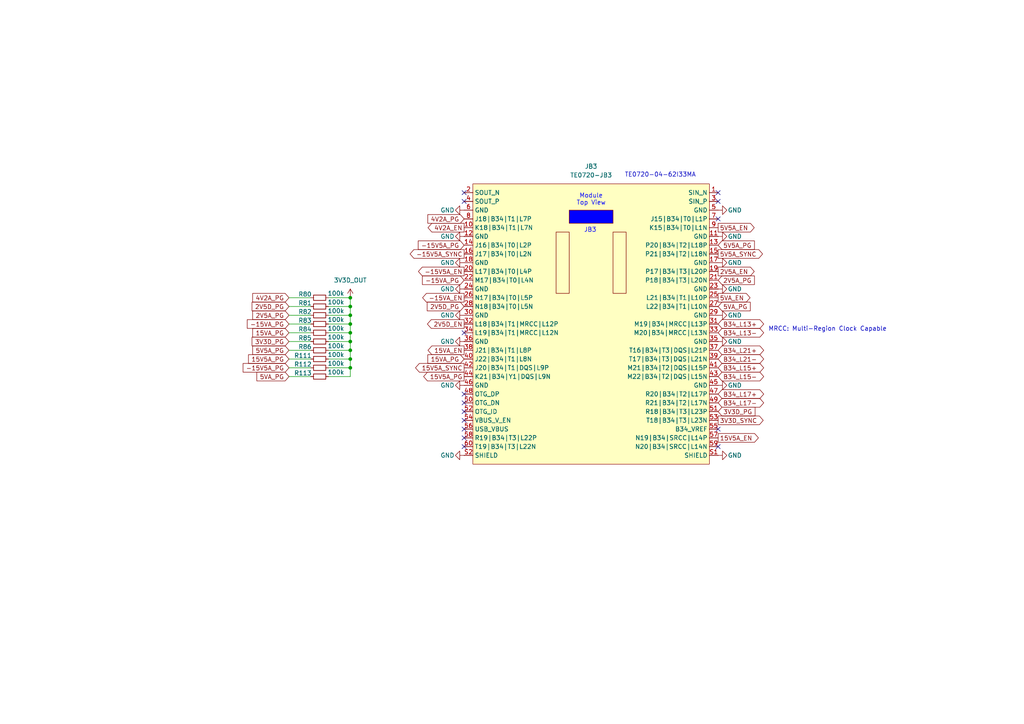
<source format=kicad_sch>
(kicad_sch (version 20250114) (generator "eeschema") (generator_version "9.0")
  (paper "A4")
  (title_block (title "4 channel ADC Module") (date "2025-04-18") (rev "0.1") (company "NOIRLab") (comment 1 "Design: Braulio Cancino Vera - braulio.cancino@noirlab.edu"))
  (lib_symbols
    (symbol "Device:R_Small" (pin_numbers (hide yes)) (pin_names (offset 0.254) (hide yes))
      (property "Reference" "R" (at 0.762 0.508 0))
      (property "Value" "R_Small" (at 0.762 -1.016 0))
      (symbol "R_Small_0_1"
        (rectangle (start -0.762 1.778) (end 0.762 -1.778) (stroke (width 0.2032)))
      )
      (symbol "R_Small_1_1"
        (pin passive line (at 0 2.54 270) (length 0.762) (name "~") (number "1"))
        (pin passive line (at 0 -2.54 90) (length 0.762) (name "~") (number "2"))
      )
    )
    (symbol "lib:TE0720-JB3"
      (property "Reference" "JB3" (at 0 66.04 0))
      (property "Value" "TE0720-JB3" (at 0 63.5 0))
      (symbol "TE0720-JB3_0_1"
        (rectangle (start 6.35 29.21) (end 10.16 46.99))
      )
      (symbol "TE0720-JB3_1_1"
        (rectangle (start -34.29 60.96) (end 34.29 -20.32) (fill (type background)))
        (rectangle (start -10.16 46.99) (end -6.35 29.21))
        (rectangle (start -6.35 53.34) (end 6.35 49.53) (fill (type color) (color 0 0 255 1)))
        (text "JB3" (at -0.254 47.752 0) (effects (font (size 1.27 1.27))))
        (text "Module\nTop View" (at 0 56.642 0) (effects (font (size 1.27 1.27))))
        (pin passive line (at -36.83 58.42 0) (length 2.54) (name "SOUT_N") (number "2"))
        (pin passive line (at -36.83 55.88 0) (length 2.54) (name "SOUT_P") (number "4"))
        (pin passive line (at -36.83 53.34 0) (length 2.54) (name "GND") (number "6"))
        (pin bidirectional line (at -36.83 50.8 0) (length 2.54) (name "J18|B34|T1|L7P") (number "8"))
        (pin power_in line (at -36.83 48.26 0) (length 2.54) (name "K18|B34|T1|L7N") (number "10"))
        (pin passive line (at -36.83 45.72 0) (length 2.54) (name "GND") (number "12"))
        (pin bidirectional line (at -36.83 43.18 0) (length 2.54) (name "J16|B34|T0|L2P") (number "14"))
        (pin power_in line (at -36.83 40.64 0) (length 2.54) (name "J17|B34|T0|L2N") (number "16"))
        (pin passive line (at -36.83 38.1 0) (length 2.54) (name "GND") (number "18"))
        (pin bidirectional line (at -36.83 35.56 0) (length 2.54) (name "L17|B34|T0|L4P") (number "20"))
        (pin bidirectional line (at -36.83 33.02 0) (length 2.54) (name "M17|B34|T0|L4N") (number "22"))
        (pin passive line (at -36.83 30.48 0) (length 2.54) (name "GND") (number "24"))
        (pin bidirectional line (at -36.83 27.94 0) (length 2.54) (name "N17|B34|T0|L5P") (number "26"))
        (pin bidirectional line (at -36.83 25.4 0) (length 2.54) (name "N18|B34|T0|L5N") (number "28"))
        (pin passive line (at -36.83 22.86 0) (length 2.54) (name "GND") (number "30"))
        (pin bidirectional line (at -36.83 20.32 0) (length 2.54) (name "L18|B34|T1|MRCC|L12P") (number "32"))
        (pin bidirectional line (at -36.83 17.78 0) (length 2.54) (name "L19|B34|T1|MRCC|L12N") (number "34"))
        (pin passive line (at -36.83 15.24 0) (length 2.54) (name "GND") (number "36"))
        (pin bidirectional line (at -36.83 12.7 0) (length 2.54) (name "J21|B34|T1|L8P") (number "38"))
        (pin bidirectional line (at -36.83 10.16 0) (length 2.54) (name "J22|B34|T1|L8N") (number "40"))
        (pin bidirectional line (at -36.83 7.62 0) (length 2.54) (name "J20|B34|T1|DQS|L9P") (number "42"))
        (pin bidirectional line (at -36.83 5.08 0) (length 2.54) (name "K21|B34|Y1|DQS|L9N") (number "44"))
        (pin passive line (at -36.83 2.54 0) (length 2.54) (name "GND") (number "46"))
        (pin passive line (at -36.83 0 0) (length 2.54) (name "OTG_DP") (number "48"))
        (pin passive line (at -36.83 -2.54 0) (length 2.54) (name "OTG_DN") (number "50"))
        (pin passive line (at -36.83 -5.08 0) (length 2.54) (name "OTG_ID") (number "52"))
        (pin passive line (at -36.83 -7.62 0) (length 2.54) (name "VBUS_V_EN") (number "54"))
        (pin passive line (at -36.83 -10.16 0) (length 2.54) (name "USB_VBUS") (number "56"))
        (pin bidirectional line (at -36.83 -12.7 0) (length 2.54) (name "R19|B34|T3|L22P") (number "58"))
        (pin bidirectional line (at -36.83 -15.24 0) (length 2.54) (name "T19|B34|T3|L22N") (number "60"))
        (pin passive line (at -36.83 -17.78 0) (length 2.54) (name "SHIELD") (number "S2"))
        (pin passive line (at 36.83 58.42 180) (length 2.54) (name "SIN_N") (number "1"))
        (pin bidirectional line (at 36.83 55.88 180) (length 2.54) (name "SIN_P") (number "3"))
        (pin passive line (at 36.83 53.34 180) (length 2.54) (name "GND") (number "5"))
        (pin bidirectional line (at 36.83 50.8 180) (length 2.54) (name "J15|B34|T0|L1P") (number "7"))
        (pin bidirectional line (at 36.83 48.26 180) (length 2.54) (name "K15|B34|T0|L1N") (number "9"))
        (pin passive line (at 36.83 45.72 180) (length 2.54) (name "GND") (number "11"))
        (pin bidirectional line (at 36.83 43.18 180) (length 2.54) (name "P20|B34|T2|L18P") (number "13"))
        (pin bidirectional line (at 36.83 40.64 180) (length 2.54) (name "P21|B34|T2|L18N") (number "15"))
        (pin passive line (at 36.83 38.1 180) (length 2.54) (name "GND") (number "17"))
        (pin bidirectional line (at 36.83 35.56 180) (length 2.54) (name "P17|B34|T3|L20P") (number "19"))
        (pin bidirectional line (at 36.83 33.02 180) (length 2.54) (name "P18|B34|T3|L20N") (number "21"))
        (pin passive line (at 36.83 30.48 180) (length 2.54) (name "GND") (number "23"))
        (pin bidirectional line (at 36.83 27.94 180) (length 2.54) (name "L21|B34|T1|L10P") (number "25"))
        (pin bidirectional line (at 36.83 25.4 180) (length 2.54) (name "L22|B34|T1|L10N") (number "27"))
        (pin passive line (at 36.83 22.86 180) (length 2.54) (name "GND") (number "29"))
        (pin bidirectional line (at 36.83 20.32 180) (length 2.54) (name "M19|B34|MRCC|L13P") (number "31"))
        (pin bidirectional line (at 36.83 17.78 180) (length 2.54) (name "M20|B34|MRCC|L13N") (number "33"))
        (pin passive line (at 36.83 15.24 180) (length 2.54) (name "GND") (number "35"))
        (pin bidirectional line (at 36.83 12.7 180) (length 2.54) (name "T16|B34|T3|DQS|L21P") (number "37"))
        (pin bidirectional line (at 36.83 10.16 180) (length 2.54) (name "T17|B34|T3|DQS|L21N") (number "39"))
        (pin bidirectional line (at 36.83 7.62 180) (length 2.54) (name "M21|B34|T2|DQS|L15P") (number "41"))
        (pin bidirectional line (at 36.83 5.08 180) (length 2.54) (name "M22|B34|T2|DQS|L15N") (number "43"))
        (pin passive line (at 36.83 2.54 180) (length 2.54) (name "GND") (number "45"))
        (pin bidirectional line (at 36.83 0 180) (length 2.54) (name "R20|B34|T2|L17P") (number "47"))
        (pin bidirectional line (at 36.83 -2.54 180) (length 2.54) (name "R21|B34|T2|L17N") (number "49"))
        (pin bidirectional line (at 36.83 -5.08 180) (length 2.54) (name "R18|B34|T3|L23P") (number "51"))
        (pin bidirectional line (at 36.83 -7.62 180) (length 2.54) (name "T18|B34|T3|L23N") (number "53"))
        (pin input line (at 36.83 -10.16 180) (length 2.54) (name "B34_VREF") (number "55"))
        (pin bidirectional line (at 36.83 -12.7 180) (length 2.54) (name "N19|B34|SRCC|L14P") (number "57"))
        (pin bidirectional line (at 36.83 -15.24 180) (length 2.54) (name "N20|B34|SRCC|L14N") (number "59"))
        (pin passive line (at 36.83 -17.78 180) (length 2.54) (name "SHIELD") (number "S1"))
      )
    )
    (symbol "power:+3V3" (power) (pin_numbers (hide yes)) (pin_names (offset 0) (hide yes))
      (property "Value" "+3V3" (at 0 3.556 0))
      (symbol "+3V3_0_1"
        (polyline (pts (xy -0.762 1.27) (xy 0 2.54)))
        (polyline (pts (xy 0 2.54) (xy 0.762 1.27)))
        (polyline (pts (xy 0 0) (xy 0 2.54)))
      )
      (symbol "+3V3_1_1"
        (pin power_in line (at 0 0 90) (length 0) (name "~") (number "1"))
      )
    )
    (symbol "power:GND" (power) (pin_numbers (hide yes)) (pin_names (offset 0) (hide yes))
      (property "Value" "GND" (at 0 -3.81 0))
      (symbol "GND_0_1"
        (polyline (pts (xy 0 0) (xy 0 -1.27) (xy 1.27 -1.27) (xy 0 -2.54) (xy -1.27 -1.27) (xy 0 -1.27)))
      )
      (symbol "GND_1_1"
        (pin power_in line (at 0 0 270) (length 0) (name "~") (number "1"))
      )
    )
  )
  (text "MRCC: Multi-Region Clock Capable" (at 240.03 95.504 0) (effects (font (size 1.27 1.27))))
  (text "TE0720-04-62I33MA" (at 191.516 50.8 0) (effects (font (size 1.27 1.27))))
  (junction (at 101.6 86.36))
  (junction (at 101.6 99.06))
  (junction (at 101.6 101.6))
  (junction (at 101.6 96.52))
  (junction (at 101.6 88.9))
  (junction (at 101.6 93.98))
  (junction (at 101.6 104.14))
  (junction (at 101.6 91.44))
  (junction (at 101.6 106.68))
  (no_connect (at 134.62 58.42))
  (no_connect (at 134.62 114.3))
  (no_connect (at 208.28 63.5))
  (no_connect (at 208.28 124.46))
  (no_connect (at 134.62 96.52))
  (no_connect (at 208.28 129.54))
  (no_connect (at 134.62 119.38))
  (no_connect (at 134.62 129.54))
  (no_connect (at 134.62 121.92))
  (no_connect (at 134.62 55.88))
  (no_connect (at 208.28 58.42))
  (no_connect (at 208.28 55.88))
  (no_connect (at 134.62 127))
  (no_connect (at 134.62 116.84))
  (no_connect (at 134.62 124.46))
  (wire (pts (xy 83.82 86.36) (xy 90.17 86.36)))
  (wire (pts (xy 83.82 91.44) (xy 90.17 91.44)))
  (wire (pts (xy 83.82 109.22) (xy 90.17 109.22)))
  (wire (pts (xy 101.6 104.14) (xy 101.6 101.6)))
  (wire (pts (xy 95.25 96.52) (xy 101.6 96.52)))
  (wire (pts (xy 101.6 96.52) (xy 101.6 99.06)))
  (wire (pts (xy 83.82 99.06) (xy 90.17 99.06)))
  (wire (pts (xy 95.25 91.44) (xy 101.6 91.44)))
  (wire (pts (xy 95.25 99.06) (xy 101.6 99.06)))
  (wire (pts (xy 95.25 109.22) (xy 101.6 109.22)))
  (wire (pts (xy 83.82 101.6) (xy 90.17 101.6)))
  (wire (pts (xy 95.25 88.9) (xy 101.6 88.9)))
  (wire (pts (xy 101.6 109.22) (xy 101.6 106.68)))
  (wire (pts (xy 83.82 106.68) (xy 90.17 106.68)))
  (wire (pts (xy 83.82 88.9) (xy 90.17 88.9)))
  (wire (pts (xy 95.25 104.14) (xy 101.6 104.14)))
  (wire (pts (xy 101.6 88.9) (xy 101.6 91.44)))
  (wire (pts (xy 101.6 93.98) (xy 101.6 96.52)))
  (wire (pts (xy 101.6 106.68) (xy 101.6 104.14)))
  (wire (pts (xy 101.6 91.44) (xy 101.6 93.98)))
  (wire (pts (xy 101.6 99.06) (xy 101.6 101.6)))
  (wire (pts (xy 95.25 86.36) (xy 101.6 86.36)))
  (wire (pts (xy 95.25 106.68) (xy 101.6 106.68)))
  (wire (pts (xy 83.82 96.52) (xy 90.17 96.52)))
  (wire (pts (xy 83.82 93.98) (xy 90.17 93.98)))
  (wire (pts (xy 101.6 86.36) (xy 101.6 88.9)))
  (wire (pts (xy 95.25 101.6) (xy 101.6 101.6)))
  (wire (pts (xy 95.25 93.98) (xy 101.6 93.98)))
  (wire (pts (xy 83.82 104.14) (xy 90.17 104.14)))
  (global_label "-15VA_PG" (shape input) (at 83.82 93.98 180) (property "Intersheetrefs" "${INTERSHEET_REFS}" (effects (hide yes))))
  (global_label "5VA_EN" (shape output) (at 208.28 86.36 0) (property "Intersheetrefs" "${INTERSHEET_REFS}" (effects (hide yes))))
  (global_label "2V5A_EN" (shape output) (at 208.28 78.74 0) (property "Intersheetrefs" "${INTERSHEET_REFS}" (effects (hide yes))))
  (global_label "5V5A_SYNC" (shape output) (at 208.28 73.66 0) (property "Intersheetrefs" "${INTERSHEET_REFS}" (effects (hide yes))))
  (global_label "2V5D_PG" (shape input) (at 83.82 88.9 180) (property "Intersheetrefs" "${INTERSHEET_REFS}" (effects (hide yes))))
  (global_label "-15V5A_EN" (shape output) (at 134.62 78.74 180) (property "Intersheetrefs" "${INTERSHEET_REFS}" (effects (hide yes))))
  (global_label "15V5A_SYNC" (shape output) (at 134.62 106.68 180) (property "Intersheetrefs" "${INTERSHEET_REFS}" (effects (hide yes))))
  (global_label "3V3D_SYNC" (shape output) (at 208.28 121.92 0) (property "Intersheetrefs" "${INTERSHEET_REFS}" (effects (hide yes))))
  (global_label "5VA_PG" (shape input) (at 83.82 109.22 180) (property "Intersheetrefs" "${INTERSHEET_REFS}" (effects (hide yes))))
  (global_label "B34_L17+" (shape bidirectional) (at 208.28 114.3 0) (property "Intersheetrefs" "${INTERSHEET_REFS}" (effects (hide yes))))
  (global_label "5VA_PG" (shape input) (at 208.28 88.9 0) (property "Intersheetrefs" "${INTERSHEET_REFS}" (effects (hide yes))))
  (global_label "2V5A_PG" (shape input) (at 208.28 81.28 0) (property "Intersheetrefs" "${INTERSHEET_REFS}" (effects (hide yes))))
  (global_label "B34_L15-" (shape bidirectional) (at 208.28 109.22 0) (property "Intersheetrefs" "${INTERSHEET_REFS}" (effects (hide yes))))
  (global_label "-15VA_EN" (shape output) (at 134.62 86.36 180) (property "Intersheetrefs" "${INTERSHEET_REFS}" (effects (hide yes))))
  (global_label "B34_L21+" (shape bidirectional) (at 208.28 101.6 0) (property "Intersheetrefs" "${INTERSHEET_REFS}" (effects (hide yes))))
  (global_label "4V2A_EN" (shape output) (at 134.62 66.04 180) (property "Intersheetrefs" "${INTERSHEET_REFS}" (effects (hide yes))))
  (global_label "B34_L13-" (shape bidirectional) (at 208.28 96.52 0) (property "Intersheetrefs" "${INTERSHEET_REFS}" (effects (hide yes))))
  (global_label "5V5A_EN" (shape output) (at 208.28 66.04 0) (property "Intersheetrefs" "${INTERSHEET_REFS}" (effects (hide yes))))
  (global_label "4V2A_PG" (shape input) (at 134.62 63.5 180) (property "Intersheetrefs" "${INTERSHEET_REFS}" (effects (hide yes))))
  (global_label "-15VA_PG" (shape input) (at 134.62 81.28 180) (property "Intersheetrefs" "${INTERSHEET_REFS}" (effects (hide yes))))
  (global_label "5V5A_PG" (shape input) (at 208.28 71.12 0) (property "Intersheetrefs" "${INTERSHEET_REFS}" (effects (hide yes))))
  (global_label "15VA_PG" (shape input) (at 134.62 104.14 180) (property "Intersheetrefs" "${INTERSHEET_REFS}" (effects (hide yes))))
  (global_label "15V5A_PG" (shape input) (at 83.82 104.14 180) (property "Intersheetrefs" "${INTERSHEET_REFS}" (effects (hide yes))))
  (global_label "B34_L13+" (shape bidirectional) (at 208.28 93.98 0) (property "Intersheetrefs" "${INTERSHEET_REFS}" (effects (hide yes))))
  (global_label "4V2A_PG" (shape input) (at 83.82 86.36 180) (property "Intersheetrefs" "${INTERSHEET_REFS}" (effects (hide yes))))
  (global_label "2V5A_PG" (shape input) (at 83.82 91.44 180) (property "Intersheetrefs" "${INTERSHEET_REFS}" (effects (hide yes))))
  (global_label "5V5A_PG" (shape input) (at 83.82 101.6 180) (property "Intersheetrefs" "${INTERSHEET_REFS}" (effects (hide yes))))
  (global_label "3V3D_PG" (shape input) (at 208.28 119.38 0) (property "Intersheetrefs" "${INTERSHEET_REFS}" (effects (hide yes))))
  (global_label "-15V5A_SYNC" (shape output) (at 134.62 73.66 180) (property "Intersheetrefs" "${INTERSHEET_REFS}" (effects (hide yes))))
  (global_label "-15V5A_PG" (shape input) (at 83.82 106.68 180) (property "Intersheetrefs" "${INTERSHEET_REFS}" (effects (hide yes))))
  (global_label "B34_L17-" (shape bidirectional) (at 208.28 116.84 0) (property "Intersheetrefs" "${INTERSHEET_REFS}" (effects (hide yes))))
  (global_label "2V5D_EN" (shape output) (at 134.62 93.98 180) (property "Intersheetrefs" "${INTERSHEET_REFS}" (effects (hide yes))))
  (global_label "B34_L21-" (shape bidirectional) (at 208.28 104.14 0) (property "Intersheetrefs" "${INTERSHEET_REFS}" (effects (hide yes))))
  (global_label "15V5A_EN" (shape output) (at 208.28 127 0) (property "Intersheetrefs" "${INTERSHEET_REFS}" (effects (hide yes))))
  (global_label "15V5A_PG" (shape output) (at 134.62 109.22 180) (property "Intersheetrefs" "${INTERSHEET_REFS}" (effects (hide yes))))
  (global_label "3V3D_PG" (shape input) (at 83.82 99.06 180) (property "Intersheetrefs" "${INTERSHEET_REFS}" (effects (hide yes))))
  (global_label "-15V5A_PG" (shape input) (at 134.62 71.12 180) (property "Intersheetrefs" "${INTERSHEET_REFS}" (effects (hide yes))))
  (global_label "B34_L15+" (shape bidirectional) (at 208.28 106.68 0) (property "Intersheetrefs" "${INTERSHEET_REFS}" (effects (hide yes))))
  (global_label "2V5D_PG" (shape input) (at 134.62 88.9 180) (property "Intersheetrefs" "${INTERSHEET_REFS}" (effects (hide yes))))
  (global_label "15VA_PG" (shape input) (at 83.82 96.52 180) (property "Intersheetrefs" "${INTERSHEET_REFS}" (effects (hide yes))))
  (global_label "15VA_EN" (shape output) (at 134.62 101.6 180) (property "Intersheetrefs" "${INTERSHEET_REFS}" (effects (hide yes))))
  (symbol (lib_id "power:GND") (at 134.62 99.06 270) (unit 1)
    (property "Reference" "#PWR0173" (effects (hide yes)))
    (property "Value" "GND" (at 131.826 99.06 90) (effects (justify right)))
    (property "Description" "Power symbol creates a global label with name \"GND\" , ground" (effects (hide yes)))
  )
  (symbol (lib_id "power:GND") (at 208.28 132.08 90) (unit 1)
    (property "Reference" "#PWR0183" (effects (hide yes)))
    (property "Value" "GND" (at 211.074 132.08 90) (effects (justify right)))
    (property "Description" "Power symbol creates a global label with name \"GND\" , ground" (effects (hide yes)))
  )
  (symbol (lib_id "Device:R_Small") (at 92.71 109.22 90) (mirror x) (unit 1)
    (property "Reference" "R113" (at 90.424 108.204 90) (effects (justify left)))
    (property "Value" "100k" (at 94.996 107.95 90) (effects (justify right)))
    (property "Footprint" "Resistor_SMD:R_0402_1005Metric" (effects (hide yes)))
    (property "Description" "100 kOhms ±1% 0.063W, 1/16W Chip Resistor 0402 (1005 Metric) Automotive AEC-Q200 Thick Film" (effects (hide yes)))
    (property "M" "VISHAY" (effects (hide yes)))
    (property "MPN" "CRCW0402100KFKED" (effects (hide yes)))
  )
  (symbol (lib_id "Device:R_Small") (at 92.71 106.68 90) (mirror x) (unit 1)
    (property "Reference" "R112" (at 90.424 105.664 90) (effects (justify left)))
    (property "Value" "100k" (at 94.996 105.41 90) (effects (justify right)))
    (property "Footprint" "Resistor_SMD:R_0402_1005Metric" (effects (hide yes)))
    (property "Description" "100 kOhms ±1% 0.063W, 1/16W Chip Resistor 0402 (1005 Metric) Automotive AEC-Q200 Thick Film" (effects (hide yes)))
    (property "M" "VISHAY" (effects (hide yes)))
    (property "MPN" "CRCW0402100KFKED" (effects (hide yes)))
  )
  (symbol (lib_id "power:GND") (at 208.28 83.82 90) (unit 1)
    (property "Reference" "#PWR0179" (effects (hide yes)))
    (property "Value" "GND" (at 211.074 83.82 90) (effects (justify right)))
    (property "Description" "Power symbol creates a global label with name \"GND\" , ground" (effects (hide yes)))
  )
  (symbol (lib_id "power:GND") (at 134.62 83.82 270) (unit 1)
    (property "Reference" "#PWR0171" (effects (hide yes)))
    (property "Value" "GND" (at 131.826 83.82 90) (effects (justify right)))
    (property "Description" "Power symbol creates a global label with name \"GND\" , ground" (effects (hide yes)))
  )
  (symbol (lib_id "power:GND") (at 208.28 99.06 90) (unit 1)
    (property "Reference" "#PWR0181" (effects (hide yes)))
    (property "Value" "GND" (at 211.074 99.06 90) (effects (justify right)))
    (property "Description" "Power symbol creates a global label with name \"GND\" , ground" (effects (hide yes)))
  )
  (symbol (lib_id "Device:R_Small") (at 92.71 88.9 90) (mirror x) (unit 1)
    (property "Reference" "R81" (at 90.424 87.884 90) (effects (justify left)))
    (property "Value" "100k" (at 94.996 87.63 90) (effects (justify right)))
    (property "Footprint" "Resistor_SMD:R_0402_1005Metric" (effects (hide yes)))
    (property "Description" "100 kOhms ±1% 0.063W, 1/16W Chip Resistor 0402 (1005 Metric) Automotive AEC-Q200 Thick Film" (effects (hide yes)))
    (property "M" "VISHAY" (effects (hide yes)))
    (property "MPN" "CRCW0402100KFKED" (effects (hide yes)))
  )
  (symbol (lib_id "Device:R_Small") (at 92.71 104.14 90) (mirror x) (unit 1)
    (property "Reference" "R111" (at 90.424 103.124 90) (effects (justify left)))
    (property "Value" "100k" (at 94.996 102.87 90) (effects (justify right)))
    (property "Footprint" "Resistor_SMD:R_0402_1005Metric" (effects (hide yes)))
    (property "Description" "100 kOhms ±1% 0.063W, 1/16W Chip Resistor 0402 (1005 Metric) Automotive AEC-Q200 Thick Film" (effects (hide yes)))
    (property "M" "VISHAY" (effects (hide yes)))
    (property "MPN" "CRCW0402100KFKED" (effects (hide yes)))
  )
  (symbol (lib_id "power:GND") (at 134.62 68.58 270) (unit 1)
    (property "Reference" "#PWR0169" (effects (hide yes)))
    (property "Value" "GND" (at 131.826 68.58 90) (effects (justify right)))
    (property "Description" "Power symbol creates a global label with name \"GND\" , ground" (effects (hide yes)))
  )
  (symbol (lib_id "power:GND") (at 208.28 91.44 90) (unit 1)
    (property "Reference" "#PWR0180" (effects (hide yes)))
    (property "Value" "GND" (at 211.074 91.44 90) (effects (justify right)))
    (property "Description" "Power symbol creates a global label with name \"GND\" , ground" (effects (hide yes)))
  )
  (symbol (lib_id "power:GND") (at 208.28 76.2 90) (unit 1)
    (property "Reference" "#PWR0178" (effects (hide yes)))
    (property "Value" "GND" (at 211.074 76.2 90) (effects (justify right)))
    (property "Description" "Power symbol creates a global label with name \"GND\" , ground" (effects (hide yes)))
  )
  (symbol (lib_id "Device:R_Small") (at 92.71 91.44 90) (mirror x) (unit 1)
    (property "Reference" "R82" (at 90.424 90.424 90) (effects (justify left)))
    (property "Value" "100k" (at 94.996 90.17 90) (effects (justify right)))
    (property "Footprint" "Resistor_SMD:R_0402_1005Metric" (effects (hide yes)))
    (property "Description" "100 kOhms ±1% 0.063W, 1/16W Chip Resistor 0402 (1005 Metric) Automotive AEC-Q200 Thick Film" (effects (hide yes)))
    (property "M" "VISHAY" (effects (hide yes)))
    (property "MPN" "CRCW0402100KFKED" (effects (hide yes)))
  )
  (symbol (lib_id "Device:R_Small") (at 92.71 93.98 90) (mirror x) (unit 1)
    (property "Reference" "R83" (at 90.424 92.964 90) (effects (justify left)))
    (property "Value" "100k" (at 94.996 92.71 90) (effects (justify right)))
    (property "Footprint" "Resistor_SMD:R_0402_1005Metric" (effects (hide yes)))
    (property "Description" "100 kOhms ±1% 0.063W, 1/16W Chip Resistor 0402 (1005 Metric) Automotive AEC-Q200 Thick Film" (effects (hide yes)))
    (property "M" "VISHAY" (effects (hide yes)))
    (property "MPN" "CRCW0402100KFKED" (effects (hide yes)))
  )
  (symbol (lib_id "power:GND") (at 208.28 111.76 90) (unit 1)
    (property "Reference" "#PWR0182" (effects (hide yes)))
    (property "Value" "GND" (at 211.074 111.76 90) (effects (justify right)))
    (property "Description" "Power symbol creates a global label with name \"GND\" , ground" (effects (hide yes)))
  )
  (symbol (lib_id "power:GND") (at 134.62 111.76 270) (unit 1)
    (property "Reference" "#PWR0174" (effects (hide yes)))
    (property "Value" "GND" (at 131.826 111.76 90) (effects (justify right)))
    (property "Description" "Power symbol creates a global label with name \"GND\" , ground" (effects (hide yes)))
  )
  (symbol (lib_id "Device:R_Small") (at 92.71 101.6 90) (mirror x) (unit 1)
    (property "Reference" "R86" (at 90.424 100.584 90) (effects (justify left)))
    (property "Value" "100k" (at 94.996 100.33 90) (effects (justify right)))
    (property "Footprint" "Resistor_SMD:R_0402_1005Metric" (effects (hide yes)))
    (property "Description" "100 kOhms ±1% 0.063W, 1/16W Chip Resistor 0402 (1005 Metric) Automotive AEC-Q200 Thick Film" (effects (hide yes)))
    (property "M" "VISHAY" (effects (hide yes)))
    (property "MPN" "CRCW0402100KFKED" (effects (hide yes)))
  )
  (symbol (lib_id "lib:TE0720-JB3") (at 171.45 114.3 0) (unit 1)
    (property "Reference" "JB3" (at 171.45 48.26 0))
    (property "Value" "TE0720-JB3" (at 171.45 50.8 0))
    (property "Footprint" "lib:LSHM-130-04.0-L-DV-A-S-K-TR" (effects (hide yes)))
    (property "Description" "60 Position Connector Self Mating, Non-Gendered, Hermaphroditic Surface Mount Gold" (effects (hide yes)))
    (property "M" "SAMTEC" (effects (hide yes)))
    (property "MPN" "LSHM-130-04.0-L-DV-A-S-K-TR" (effects (hide yes)))
  )
  (symbol (lib_id "power:GND") (at 208.28 60.96 90) (unit 1)
    (property "Reference" "#PWR0176" (effects (hide yes)))
    (property "Value" "GND" (at 211.074 60.96 90) (effects (justify right)))
    (property "Description" "Power symbol creates a global label with name \"GND\" , ground" (effects (hide yes)))
  )
  (symbol (lib_id "power:GND") (at 208.28 68.58 90) (unit 1)
    (property "Reference" "#PWR0177" (effects (hide yes)))
    (property "Value" "GND" (at 211.074 68.58 90) (effects (justify right)))
    (property "Description" "Power symbol creates a global label with name \"GND\" , ground" (effects (hide yes)))
  )
  (symbol (lib_id "Device:R_Small") (at 92.71 96.52 90) (mirror x) (unit 1)
    (property "Reference" "R84" (at 90.424 95.504 90) (effects (justify left)))
    (property "Value" "100k" (at 94.996 95.25 90) (effects (justify right)))
    (property "Footprint" "Resistor_SMD:R_0402_1005Metric" (effects (hide yes)))
    (property "Description" "100 kOhms ±1% 0.063W, 1/16W Chip Resistor 0402 (1005 Metric) Automotive AEC-Q200 Thick Film" (effects (hide yes)))
    (property "M" "VISHAY" (effects (hide yes)))
    (property "MPN" "CRCW0402100KFKED" (effects (hide yes)))
  )
  (symbol (lib_id "Device:R_Small") (at 92.71 99.06 90) (mirror x) (unit 1)
    (property "Reference" "R85" (at 90.424 98.044 90) (effects (justify left)))
    (property "Value" "100k" (at 94.996 97.79 90) (effects (justify right)))
    (property "Footprint" "Resistor_SMD:R_0402_1005Metric" (effects (hide yes)))
    (property "Description" "100 kOhms ±1% 0.063W, 1/16W Chip Resistor 0402 (1005 Metric) Automotive AEC-Q200 Thick Film" (effects (hide yes)))
    (property "M" "VISHAY" (effects (hide yes)))
    (property "MPN" "CRCW0402100KFKED" (effects (hide yes)))
  )
  (symbol (lib_id "power:GND") (at 134.62 76.2 270) (unit 1)
    (property "Reference" "#PWR0170" (effects (hide yes)))
    (property "Value" "GND" (at 131.826 76.2 90) (effects (justify right)))
    (property "Description" "Power symbol creates a global label with name \"GND\" , ground" (effects (hide yes)))
  )
  (symbol (lib_id "Device:R_Small") (at 92.71 86.36 90) (mirror x) (unit 1)
    (property "Reference" "R80" (at 90.424 85.344 90) (effects (justify left)))
    (property "Value" "100k" (at 94.996 85.09 90) (effects (justify right)))
    (property "Footprint" "Resistor_SMD:R_0402_1005Metric" (effects (hide yes)))
    (property "Description" "100 kOhms ±1% 0.063W, 1/16W Chip Resistor 0402 (1005 Metric) Automotive AEC-Q200 Thick Film" (effects (hide yes)))
    (property "M" "VISHAY" (effects (hide yes)))
    (property "MPN" "CRCW0402100KFKED" (effects (hide yes)))
  )
  (symbol (lib_id "power:GND") (at 134.62 60.96 270) (unit 1)
    (property "Reference" "#PWR0168" (effects (hide yes)))
    (property "Value" "GND" (at 131.826 60.96 90) (effects (justify right)))
    (property "Description" "Power symbol creates a global label with name \"GND\" , ground" (effects (hide yes)))
  )
  (symbol (lib_id "power:+3V3") (at 101.6 86.36 0) (unit 1)
    (property "Reference" "#PWR0167" (effects (hide yes)))
    (property "Value" "3V3D_OUT" (at 101.6 81.28 0))
    (property "Description" "Power symbol creates a global label with name \"+3V3\"" (effects (hide yes)))
  )
  (symbol (lib_id "power:GND") (at 134.62 91.44 270) (unit 1)
    (property "Reference" "#PWR0172" (effects (hide yes)))
    (property "Value" "GND" (at 131.826 91.44 90) (effects (justify right)))
    (property "Description" "Power symbol creates a global label with name \"GND\" , ground" (effects (hide yes)))
  )
  (symbol (lib_id "power:GND") (at 134.62 132.08 270) (unit 1)
    (property "Reference" "#PWR0175" (effects (hide yes)))
    (property "Value" "GND" (at 131.826 132.08 90) (effects (justify right)))
    (property "Description" "Power symbol creates a global label with name \"GND\" , ground" (effects (hide yes)))
  )
)
</source>
